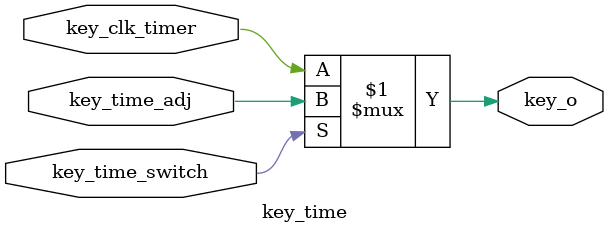
<source format=v>
module  key_time(
					input key_time_adj,          		//消除抖动后按键输入,按键输入
					input key_time_switch,          	//消除抖动后按键输入,决定数字前进是时钟还是按键
					input key_clk_timer,             //消除抖动后按键输入,时间输入  
					output key_o    		//经过选择后的按键输出
					);
	assign  key_o=(key_time_switch ? key_time_adj:key_clk_timer);
endmodule

</source>
